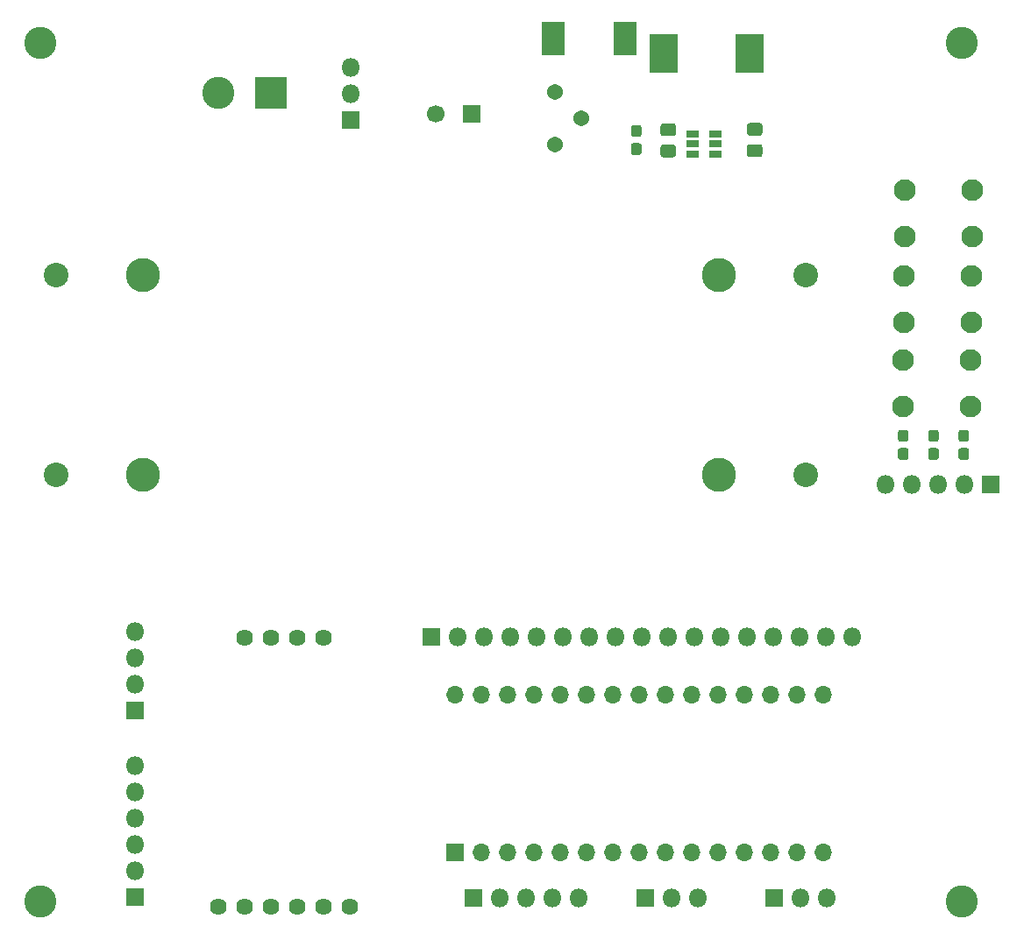
<source format=gbr>
%TF.GenerationSoftware,KiCad,Pcbnew,(5.1.6)-1*%
%TF.CreationDate,2020-07-21T16:26:21+08:00*%
%TF.ProjectId,Egg_segregator,4567675f-7365-4677-9265-6761746f722e,rev?*%
%TF.SameCoordinates,Original*%
%TF.FileFunction,Soldermask,Top*%
%TF.FilePolarity,Negative*%
%FSLAX46Y46*%
G04 Gerber Fmt 4.6, Leading zero omitted, Abs format (unit mm)*
G04 Created by KiCad (PCBNEW (5.1.6)-1) date 2020-07-21 16:26:21*
%MOMM*%
%LPD*%
G01*
G04 APERTURE LIST*
%ADD10R,1.700000X1.700000*%
%ADD11O,1.700000X1.700000*%
%ADD12C,3.100000*%
%ADD13C,1.700000*%
%ADD14R,2.280000X3.220000*%
%ADD15R,3.100000X3.100000*%
%ADD16O,1.800000X1.800000*%
%ADD17R,1.800000X1.800000*%
%ADD18R,2.800000X3.700000*%
%ADD19C,1.540000*%
%ADD20C,2.100000*%
%ADD21C,2.386000*%
%ADD22C,3.300400*%
%ADD23R,1.160000X0.750000*%
%ADD24C,1.624000*%
G04 APERTURE END LIST*
D10*
%TO.C,A1*%
X136017000Y-118237000D03*
D11*
X169037000Y-102997000D03*
X138557000Y-118237000D03*
X166497000Y-102997000D03*
X141097000Y-118237000D03*
X163957000Y-102997000D03*
X143637000Y-118237000D03*
X161417000Y-102997000D03*
X146177000Y-118237000D03*
X158877000Y-102997000D03*
X148717000Y-118237000D03*
X156337000Y-102997000D03*
X151257000Y-118237000D03*
X153797000Y-102997000D03*
X153797000Y-118237000D03*
X151257000Y-102997000D03*
X156337000Y-118237000D03*
X148717000Y-102997000D03*
X158877000Y-118237000D03*
X146177000Y-102997000D03*
X161417000Y-118237000D03*
X143637000Y-102997000D03*
X163957000Y-118237000D03*
X141097000Y-102997000D03*
X166497000Y-118237000D03*
X138557000Y-102997000D03*
X169037000Y-118237000D03*
X136017000Y-102997000D03*
X171577000Y-118237000D03*
X171577000Y-102997000D03*
%TD*%
D12*
%TO.C,MH4*%
X185000000Y-123000000D03*
%TD*%
%TO.C,MH2*%
X185000000Y-40000000D03*
%TD*%
%TO.C,MH3*%
X96000000Y-123000000D03*
%TD*%
%TO.C,MH1*%
X96000000Y-40000000D03*
%TD*%
%TO.C,C1*%
G36*
G01*
X164494738Y-49803000D02*
X165451262Y-49803000D01*
G75*
G02*
X165723000Y-50074738I0J-271738D01*
G01*
X165723000Y-50781262D01*
G75*
G02*
X165451262Y-51053000I-271738J0D01*
G01*
X164494738Y-51053000D01*
G75*
G02*
X164223000Y-50781262I0J271738D01*
G01*
X164223000Y-50074738D01*
G75*
G02*
X164494738Y-49803000I271738J0D01*
G01*
G37*
G36*
G01*
X164494738Y-47753000D02*
X165451262Y-47753000D01*
G75*
G02*
X165723000Y-48024738I0J-271738D01*
G01*
X165723000Y-48731262D01*
G75*
G02*
X165451262Y-49003000I-271738J0D01*
G01*
X164494738Y-49003000D01*
G75*
G02*
X164223000Y-48731262I0J271738D01*
G01*
X164223000Y-48024738D01*
G75*
G02*
X164494738Y-47753000I271738J0D01*
G01*
G37*
%TD*%
%TO.C,C2*%
G36*
G01*
X156150738Y-47778400D02*
X157107262Y-47778400D01*
G75*
G02*
X157379000Y-48050138I0J-271738D01*
G01*
X157379000Y-48756662D01*
G75*
G02*
X157107262Y-49028400I-271738J0D01*
G01*
X156150738Y-49028400D01*
G75*
G02*
X155879000Y-48756662I0J271738D01*
G01*
X155879000Y-48050138D01*
G75*
G02*
X156150738Y-47778400I271738J0D01*
G01*
G37*
G36*
G01*
X156150738Y-49828400D02*
X157107262Y-49828400D01*
G75*
G02*
X157379000Y-50100138I0J-271738D01*
G01*
X157379000Y-50806662D01*
G75*
G02*
X157107262Y-51078400I-271738J0D01*
G01*
X156150738Y-51078400D01*
G75*
G02*
X155879000Y-50806662I0J271738D01*
G01*
X155879000Y-50100138D01*
G75*
G02*
X156150738Y-49828400I271738J0D01*
G01*
G37*
%TD*%
D10*
%TO.C,C3*%
X137668000Y-46863000D03*
D13*
X134168000Y-46863000D03*
%TD*%
D14*
%TO.C,D1*%
X145486000Y-39624000D03*
X152456000Y-39624000D03*
%TD*%
D15*
%TO.C,J1*%
X118237000Y-44831000D03*
D12*
X113157000Y-44831000D03*
%TD*%
D16*
%TO.C,J2*%
X105156000Y-96901000D03*
X105156000Y-99441000D03*
X105156000Y-101981000D03*
D17*
X105156000Y-104521000D03*
%TD*%
D16*
%TO.C,J5*%
X105156000Y-109855000D03*
X105156000Y-112395000D03*
X105156000Y-114935000D03*
X105156000Y-117475000D03*
X105156000Y-120015000D03*
D17*
X105156000Y-122555000D03*
%TD*%
%TO.C,J6*%
X154432000Y-122631000D03*
D16*
X156972000Y-122631000D03*
X159512000Y-122631000D03*
%TD*%
%TO.C,J7*%
X171958000Y-122631000D03*
X169418000Y-122631000D03*
D17*
X166878000Y-122631000D03*
%TD*%
%TO.C,J8*%
X133731000Y-97409000D03*
D16*
X136271000Y-97409000D03*
X138811000Y-97409000D03*
X141351000Y-97409000D03*
X143891000Y-97409000D03*
X146431000Y-97409000D03*
X148971000Y-97409000D03*
X151511000Y-97409000D03*
X154051000Y-97409000D03*
X156591000Y-97409000D03*
X159131000Y-97409000D03*
X161671000Y-97409000D03*
X164211000Y-97409000D03*
X166751000Y-97409000D03*
X169291000Y-97409000D03*
X171831000Y-97409000D03*
X174371000Y-97409000D03*
%TD*%
D18*
%TO.C,L1*%
X164513000Y-41021000D03*
X156213000Y-41021000D03*
%TD*%
%TO.C,R1*%
G36*
G01*
X185428500Y-80317000D02*
X184903500Y-80317000D01*
G75*
G02*
X184641000Y-80054500I0J262500D01*
G01*
X184641000Y-79429500D01*
G75*
G02*
X184903500Y-79167000I262500J0D01*
G01*
X185428500Y-79167000D01*
G75*
G02*
X185691000Y-79429500I0J-262500D01*
G01*
X185691000Y-80054500D01*
G75*
G02*
X185428500Y-80317000I-262500J0D01*
G01*
G37*
G36*
G01*
X185428500Y-78567000D02*
X184903500Y-78567000D01*
G75*
G02*
X184641000Y-78304500I0J262500D01*
G01*
X184641000Y-77679500D01*
G75*
G02*
X184903500Y-77417000I262500J0D01*
G01*
X185428500Y-77417000D01*
G75*
G02*
X185691000Y-77679500I0J-262500D01*
G01*
X185691000Y-78304500D01*
G75*
G02*
X185428500Y-78567000I-262500J0D01*
G01*
G37*
%TD*%
%TO.C,R2*%
G36*
G01*
X182507500Y-78567000D02*
X181982500Y-78567000D01*
G75*
G02*
X181720000Y-78304500I0J262500D01*
G01*
X181720000Y-77679500D01*
G75*
G02*
X181982500Y-77417000I262500J0D01*
G01*
X182507500Y-77417000D01*
G75*
G02*
X182770000Y-77679500I0J-262500D01*
G01*
X182770000Y-78304500D01*
G75*
G02*
X182507500Y-78567000I-262500J0D01*
G01*
G37*
G36*
G01*
X182507500Y-80317000D02*
X181982500Y-80317000D01*
G75*
G02*
X181720000Y-80054500I0J262500D01*
G01*
X181720000Y-79429500D01*
G75*
G02*
X181982500Y-79167000I262500J0D01*
G01*
X182507500Y-79167000D01*
G75*
G02*
X182770000Y-79429500I0J-262500D01*
G01*
X182770000Y-80054500D01*
G75*
G02*
X182507500Y-80317000I-262500J0D01*
G01*
G37*
%TD*%
%TO.C,R3*%
G36*
G01*
X179586500Y-80317000D02*
X179061500Y-80317000D01*
G75*
G02*
X178799000Y-80054500I0J262500D01*
G01*
X178799000Y-79429500D01*
G75*
G02*
X179061500Y-79167000I262500J0D01*
G01*
X179586500Y-79167000D01*
G75*
G02*
X179849000Y-79429500I0J-262500D01*
G01*
X179849000Y-80054500D01*
G75*
G02*
X179586500Y-80317000I-262500J0D01*
G01*
G37*
G36*
G01*
X179586500Y-78567000D02*
X179061500Y-78567000D01*
G75*
G02*
X178799000Y-78304500I0J262500D01*
G01*
X178799000Y-77679500D01*
G75*
G02*
X179061500Y-77417000I262500J0D01*
G01*
X179586500Y-77417000D01*
G75*
G02*
X179849000Y-77679500I0J-262500D01*
G01*
X179849000Y-78304500D01*
G75*
G02*
X179586500Y-78567000I-262500J0D01*
G01*
G37*
%TD*%
%TO.C,R4*%
G36*
G01*
X153280500Y-49703000D02*
X153805500Y-49703000D01*
G75*
G02*
X154068000Y-49965500I0J-262500D01*
G01*
X154068000Y-50590500D01*
G75*
G02*
X153805500Y-50853000I-262500J0D01*
G01*
X153280500Y-50853000D01*
G75*
G02*
X153018000Y-50590500I0J262500D01*
G01*
X153018000Y-49965500D01*
G75*
G02*
X153280500Y-49703000I262500J0D01*
G01*
G37*
G36*
G01*
X153280500Y-47953000D02*
X153805500Y-47953000D01*
G75*
G02*
X154068000Y-48215500I0J-262500D01*
G01*
X154068000Y-48840500D01*
G75*
G02*
X153805500Y-49103000I-262500J0D01*
G01*
X153280500Y-49103000D01*
G75*
G02*
X153018000Y-48840500I0J262500D01*
G01*
X153018000Y-48215500D01*
G75*
G02*
X153280500Y-47953000I262500J0D01*
G01*
G37*
%TD*%
D19*
%TO.C,RV1*%
X145720000Y-44729400D03*
X148260000Y-47269400D03*
X145720000Y-49809400D03*
%TD*%
D20*
%TO.C,SW1*%
X185826000Y-70645900D03*
X185826000Y-75145900D03*
X179326000Y-70645900D03*
X179326000Y-75145900D03*
%TD*%
%TO.C,SW2*%
X179391000Y-67008900D03*
X179391000Y-62508900D03*
X185891000Y-67008900D03*
X185891000Y-62508900D03*
%TD*%
%TO.C,SW3*%
X185953000Y-54262900D03*
X185953000Y-58762900D03*
X179453000Y-54262900D03*
X179453000Y-58762900D03*
%TD*%
D17*
%TO.C,SW4*%
X125984000Y-47498000D03*
D16*
X125984000Y-44958000D03*
X125984000Y-42418000D03*
%TD*%
D21*
%TO.C,U1*%
X97536000Y-62484000D03*
X169926000Y-62484000D03*
X169926000Y-81788000D03*
X97536000Y-81788000D03*
D22*
X105918000Y-62484000D03*
X105918000Y-81788000D03*
X161544000Y-81788000D03*
X161544000Y-62484000D03*
%TD*%
D23*
%TO.C,U2*%
X159009000Y-48834000D03*
X159009000Y-49784000D03*
X159009000Y-50734000D03*
X161209000Y-50734000D03*
X161209000Y-48834000D03*
X161209000Y-49784000D03*
%TD*%
D24*
%TO.C,A2*%
X115697000Y-97536000D03*
X118237000Y-97536000D03*
X120777000Y-97536000D03*
X123317000Y-97536000D03*
X115697000Y-123536000D03*
X118237000Y-123536000D03*
X120777000Y-123536000D03*
X123317000Y-123536000D03*
X125857000Y-123536000D03*
X113157000Y-123536000D03*
%TD*%
D17*
%TO.C,J9*%
X187757000Y-82727800D03*
D16*
X185217000Y-82727800D03*
X182677000Y-82727800D03*
X180137000Y-82727800D03*
X177597000Y-82727800D03*
%TD*%
D17*
%TO.C,J10*%
X137846000Y-122631000D03*
D16*
X140386000Y-122631000D03*
X142926000Y-122631000D03*
X145466000Y-122631000D03*
X148006000Y-122631000D03*
%TD*%
M02*

</source>
